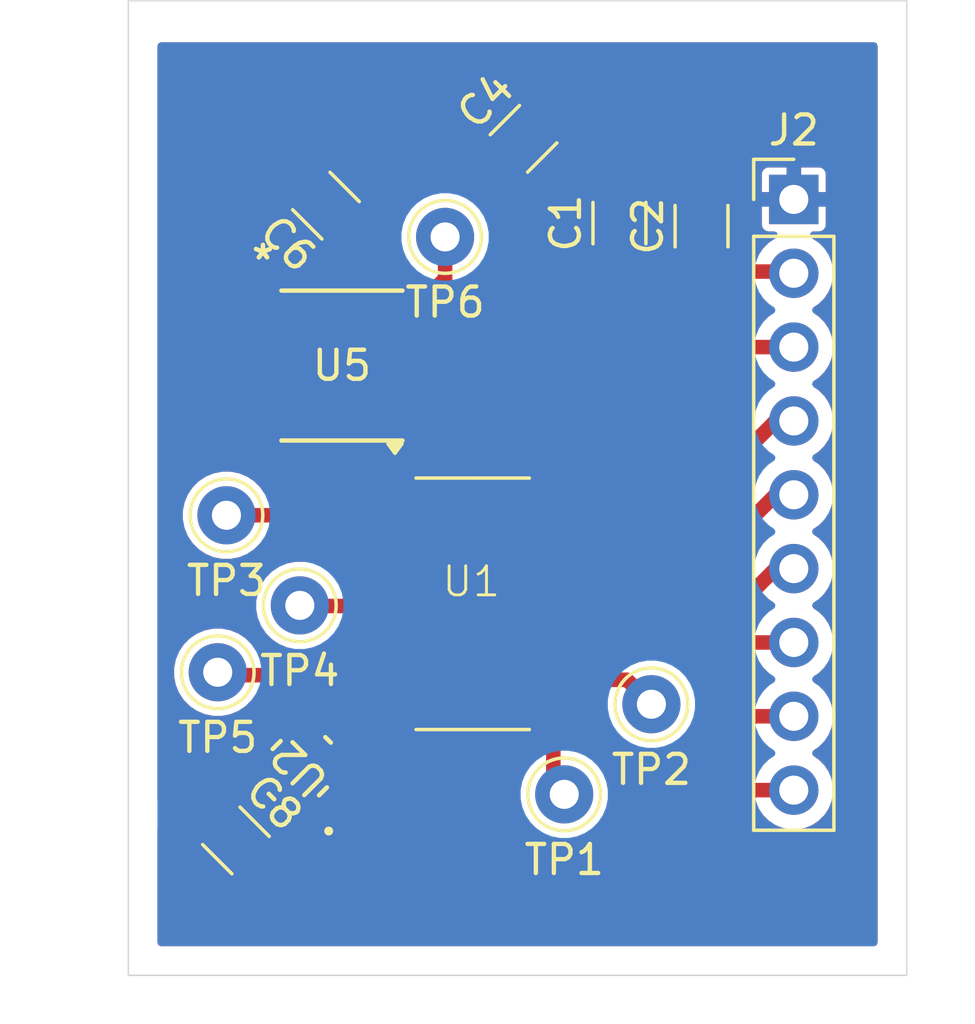
<source format=kicad_pcb>
(kicad_pcb (version 20241229) (generator "pcbnew") (generator_version "9.0")
  (layers (0 "F.Cu" signal) (2 "B.Cu" signal) (13 "F.Paste" user) (15 "B.Paste" user) (5 "F.SilkS" user "F.Silkscreen") (7 "B.SilkS" user "B.Silkscreen") (1 "F.Mask" user) (3 "B.Mask" user) (25 "Edge.Cuts" user))
  (net 0 "")
  (net 1 "GND")
  (net 2 "+5V")
  (net 3 "+3.3V")
  (net 4 "Net-(U1-OSC1)")
  (net 5 "Net-(J2-Pin_6)")
  (net 6 "Net-(J2-Pin_5)")
  (net 7 "Net-(J2-Pin_4)")
  (net 8 "/CAN_L")
  (net 9 "/CAN_H")
  (net 10 "Net-(U1-~{INT1}{slash}GPIO1)")
  (net 11 "Net-(U1-~{INT0}{slash}GPIO0{slash}XSTBY)")
  (net 12 "Net-(U1-CLKO{slash}SOF)")
  (net 13 "Net-(U1-~{INT})")
  (net 15 "Net-(U1-OSC2)")
  (net 16 "Net-(U5-STBY)")
  (net 17 "Net-(U1-RXCAN)")
  (net 18 "Net-(U1-TXCAN)")
  (net 19 "Net-(J2-Pin_7)")
  (footprint "Capacitor_SMD:C_1206_3216Metric_Pad1.33x1.80mm_HandSolder" (layer "F.Cu") (at 122.6 36.25 90)
    (property "Reference" "C1" (at 0 -1.850001 90) (layer "F.SilkS"))
    (property "Value" "100nF")
    (fp_line (start -0.711252 -0.91) (end 0.711252 -0.91) (stroke (width 0.12)) (layer "F.SilkS"))
    (fp_line (start -0.711252 0.91) (end 0.711252 0.91) (stroke (width 0.12)) (layer "F.SilkS"))
    (pad "1" smd roundrect (at -1.5625 0 90) (size 1.325 1.8) (layers "F.Cu" "F.Mask" "F.Paste") (roundrect_rratio 0.188679) (net 2 "+5V"))
    (pad "2" smd roundrect (at 1.5625 0 90) (size 1.325 1.8) (layers "F.Cu" "F.Mask" "F.Paste") (roundrect_rratio 0.188679) (net 1 "GND"))
  )
  (footprint "LV-Sensor-Footprints-Lib:MCP2518FDT" (layer "F.Cu") (at 117.5 49.4)
    (property "Reference" "U1" (at 0 -0.820001 0) (layer "F.SilkS") (effects (font (thickness 0.1))))
    (property "Value" "MCP2518FD-xJHA" (hide yes))
    (fp_line (start 0.05 -4.38) (end -1.9 -4.38) (stroke (width 0.12)) (layer "F.SilkS"))
    (fp_line (start 0.05 -4.38) (end 2 -4.38) (stroke (width 0.12)) (layer "F.SilkS"))
    (fp_line (start 0.05 4.27) (end -1.9 4.27) (stroke (width 0.12)) (layer "F.SilkS"))
    (fp_line (start 0.05 4.27) (end 2.000001 4.27) (stroke (width 0.12)) (layer "F.SilkS"))
    (fp_poly (pts (xy -2.625 -5.23) (xy -2.865 -5.56) (xy -2.385 -5.56)) (stroke (width 0.12)) (fill yes) (layer "F.SilkS"))
    (pad "1" smd roundrect (at -2.575 -3.79) (size 1.55 0.6) (layers "F.Cu" "F.Mask" "F.Paste") (net 18 "Net-(U1-TXCAN)"))
    (pad "2" smd roundrect (at -2.575 -2.52) (size 1.55 0.6) (layers "F.Cu" "F.Mask" "F.Paste") (net 17 "Net-(U1-RXCAN)"))
    (pad "3" smd roundrect (at -2.574999 -1.25) (size 1.55 0.6) (layers "F.Cu" "F.Mask" "F.Paste") (net 12 "Net-(U1-CLKO{slash}SOF)"))
    (pad "4" smd roundrect (at -2.575 0.02) (size 1.55 0.6) (layers "F.Cu" "F.Mask" "F.Paste") (net 13 "Net-(U1-~{INT})"))
    (pad "5" smd roundrect (at -2.575 1.29) (size 1.55 0.6) (layers "F.Cu" "F.Mask" "F.Paste") (net 15 "Net-(U1-OSC2)"))
    (pad "6" smd roundrect (at -2.575 2.559999) (size 1.55 0.6) (layers "F.Cu" "F.Mask" "F.Paste") (net 4 "Net-(U1-OSC1)"))
    (pad "7" smd roundrect (at -2.575 3.83) (size 1.55 0.6) (layers "F.Cu" "F.Mask" "F.Paste") (net 1 "GND"))
    (pad "8" smd roundrect (at 2.825 3.83) (size 1.55 0.6) (layers "F.Cu" "F.Mask" "F.Paste") (net 10 "Net-(U1-~{INT1}{slash}GPIO1)"))
    (pad "9" smd roundrect (at 2.825 2.56) (size 1.55 0.6) (layers "F.Cu" "F.Mask" "F.Paste") (net 11 "Net-(U1-~{INT0}{slash}GPIO0{slash}XSTBY)"))
    (pad "10" smd roundrect (at 2.825 1.29) (size 1.55 0.6) (layers "F.Cu" "F.Mask" "F.Paste") (net 19 "Net-(J2-Pin_7)"))
    (pad "11" smd roundrect (at 2.825 0.02) (size 1.55 0.6) (layers "F.Cu" "F.Mask" "F.Paste") (net 5 "Net-(J2-Pin_6)"))
    (pad "12" smd roundrect (at 2.825 -1.25) (size 1.55 0.6) (layers "F.Cu" "F.Mask" "F.Paste") (net 6 "Net-(J2-Pin_5)"))
    (pad "13" smd roundrect (at 2.825 -2.52) (size 1.55 0.6) (layers "F.Cu" "F.Mask" "F.Paste") (net 7 "Net-(J2-Pin_4)"))
    (pad "14" smd roundrect (at 2.825 -3.79) (size 1.55 0.6) (layers "F.Cu" "F.Mask" "F.Paste") (net 3 "+3.3V"))
  )
  (footprint "Capacitor_SMD:C_1206_3216Metric_Pad1.33x1.80mm_HandSolder" (layer "F.Cu") (at 119.3 33.35 45)
    (property "Reference" "C4" (at 0 -1.850001 45) (layer "F.SilkS"))
    (property "Value" "100nF")
    (fp_line (start -0.711252 -0.91) (end 0.711252 -0.91) (stroke (width 0.12)) (layer "F.SilkS"))
    (fp_line (start -0.711252 0.91) (end 0.711252 0.91) (stroke (width 0.12)) (layer "F.SilkS"))
    (pad "1" smd roundrect (at -1.5625 0 45) (size 1.325 1.8) (layers "F.Cu" "F.Mask" "F.Paste") (roundrect_rratio 0.188679) (net 3 "+3.3V"))
    (pad "2" smd roundrect (at 1.5625 0 45) (size 1.325 1.8) (layers "F.Cu" "F.Mask" "F.Paste") (roundrect_rratio 0.188679) (net 1 "GND"))
  )
  (footprint "Connector_Pin:Pin_D1.0mm_L10.0mm" (layer "F.Cu") (at 108.775 51.7)
    (property "Reference" "TP5" (at 0 2.25 0) (layer "F.SilkS"))
    (property "Value" "TestPoint")
    (fp_circle (center 0 0) (end 1.25 0.05) (stroke (width 0.12)) (fill no) (layer "F.SilkS"))
    (pad "1" thru_hole circle (at 0 0) (size 2 2) (drill 1) (layers "*.Cu" "*.Mask") (net 15 "Net-(U1-OSC2)"))
  )
  (footprint "Connector_Pin:Pin_D1.0mm_L10.0mm" (layer "F.Cu") (at 109.075 46.3)
    (property "Reference" "TP3" (at 0 2.25 0) (layer "F.SilkS"))
    (property "Value" "TestPoint")
    (fp_circle (center 0 0) (end 1.25 0.05) (stroke (width 0.12)) (fill no) (layer "F.SilkS"))
    (pad "1" thru_hole circle (at 0 0) (size 2 2) (drill 1) (layers "*.Cu" "*.Mask") (net 12 "Net-(U1-CLKO{slash}SOF)"))
  )
  (footprint "Connector_Pin:Pin_D1.0mm_L10.0mm" (layer "F.Cu") (at 120.7 55.9)
    (property "Reference" "TP1" (at 0 2.25 0) (layer "F.SilkS"))
    (property "Value" "TestPoint")
    (fp_circle (center 0 0) (end 1.25 0.05) (stroke (width 0.12)) (fill no) (layer "F.SilkS"))
    (pad "1" thru_hole circle (at 0 0) (size 2 2) (drill 1) (layers "*.Cu" "*.Mask") (net 10 "Net-(U1-~{INT1}{slash}GPIO1)"))
  )
  (footprint "Connector_Pin:Pin_D1.0mm_L10.0mm" (layer "F.Cu") (at 116.6 36.725)
    (property "Reference" "TP6" (at 0 2.25 0) (layer "F.SilkS"))
    (property "Value" "TestPoint")
    (fp_circle (center 0 0) (end 1.25 0.05) (stroke (width 0.12)) (fill no) (layer "F.SilkS"))
    (pad "1" thru_hole circle (at 0 0) (size 2 2) (drill 1) (layers "*.Cu" "*.Mask") (net 16 "Net-(U5-STBY)"))
  )
  (footprint "Connector_Pin:Pin_D1.0mm_L10.0mm" (layer "F.Cu") (at 111.6 49.4)
    (property "Reference" "TP4" (at 0 2.25 0) (layer "F.SilkS"))
    (property "Value" "TestPoint")
    (fp_circle (center 0 0) (end 1.25 0.05) (stroke (width 0.12)) (fill no) (layer "F.SilkS"))
    (pad "1" thru_hole circle (at 0 0) (size 2 2) (drill 1) (layers "*.Cu" "*.Mask") (net 13 "Net-(U1-~{INT})"))
  )
  (footprint "LV-Sensor-Footprints-Lib:CDFN4_2P5X2_MCH" (layer "F.Cu") (at 111.6 55 135)
    (property "Reference" "U2" (at 0 0 135) (layer "F.SilkS"))
    (property "Value" "DSC1001DL5-020.0000T")
    (fp_line (start 0.133182 -1.377) (end -0.133182 -1.377) (stroke (width 0.1524)) (layer "F.SilkS"))
    (fp_line (start 1.127 0.19266) (end 1.127 -0.19266) (stroke (width 0.1524)) (layer "F.SilkS"))
    (fp_line (start -1.127 -0.19266) (end -1.127 0.19266) (stroke (width 0.1524)) (layer "F.SilkS"))
    (fp_line (start -0.133182 1.377) (end 0.133182 1.377) (stroke (width 0.1524)) (layer "F.SilkS"))
    (fp_circle (center -2.2314 -0.825) (end -2.1552 -0.825001) (stroke (width 0.1524)) (fill no) (layer "F.SilkS"))
    (pad "1" smd rect (at -0.8274 -0.825 135) (size 0.9548 0.5992) (layers "F.Cu" "F.Mask" "F.Paste"))
    (pad "2" smd rect (at -0.8274 0.825 135) (size 0.9548 0.5992) (layers "F.Cu" "F.Mask" "F.Paste") (net 1 "GND"))
    (pad "3" smd rect (at 0.8274 0.825 135) (size 0.9548 0.5992) (layers "F.Cu" "F.Mask" "F.Paste") (net 4 "Net-(U1-OSC1)"))
    (pad "4" smd rect (at 0.8274 -0.825 135) (size 0.9548 0.5992) (layers "F.Cu" "F.Mask" "F.Paste") (net 3 "+3.3V"))
  )
  (footprint "Capacitor_SMD:C_1206_3216Metric_Pad1.33x1.80mm_HandSolder" (layer "F.Cu") (at 109.402944 57.487006 -45)
    (property "Reference" "C8" (at 0 -1.850001 135) (layer "F.SilkS"))
    (property "Value" "15pF")
    (fp_line (start -0.711252 0.91) (end 0.711252 0.91) (stroke (width 0.12)) (layer "F.SilkS"))
    (fp_line (start -0.711252 -0.91) (end 0.711252 -0.91) (stroke (width 0.12)) (layer "F.SilkS"))
    (pad "1" smd roundrect (at -1.5625 0 315) (size 1.325 1.8) (layers "F.Cu" "F.Mask" "F.Paste") (roundrect_rratio 0.188679) (net 3 "+3.3V"))
    (pad "2" smd roundrect (at 1.5625 0 315) (size 1.325 1.8) (layers "F.Cu" "F.Mask" "F.Paste") (roundrect_rratio 0.188679) (net 1 "GND"))
  )
  (footprint "Connector_Pin:Pin_D1.0mm_L10.0mm" (layer "F.Cu") (at 123.7 52.8)
    (property "Reference" "TP2" (at 0 2.25 0) (layer "F.SilkS"))
    (property "Value" "TestPoint")
    (fp_circle (center 0 0) (end 1.25 0.05) (stroke (width 0.12)) (fill no) (layer "F.SilkS"))
    (pad "1" thru_hole circle (at 0 0) (size 2 2) (drill 1) (layers "*.Cu" "*.Mask") (net 11 "Net-(U1-~{INT0}{slash}GPIO0{slash}XSTBY)"))
  )
  (footprint "Connector_PinHeader_2.54mm:PinHeader_1x09_P2.54mm_Vertical" (layer "F.Cu") (at 128.6 35.435)
    (property "Reference" "J2" (at 0 -2.38 0) (layer "F.SilkS"))
    (property "Value" "Conn_01x09_Pin")
    (fp_line (start -1.38 -1.38) (end 0 -1.379999) (stroke (width 0.12)) (layer "F.SilkS"))
    (fp_line (start -1.38 1.27) (end -1.38 21.7) (stroke (width 0.12)) (layer "F.SilkS"))
    (fp_line (start -1.38 1.27) (end 1.38 1.27) (stroke (width 0.12)) (layer "F.SilkS"))
    (fp_line (start -1.38 21.7) (end 1.38 21.7) (stroke (width 0.12)) (layer "F.SilkS"))
    (fp_line (start -1.379999 0) (end -1.38 -1.38) (stroke (width 0.12)) (layer "F.SilkS"))
    (fp_line (start 1.38 1.27) (end 1.38 21.7) (stroke (width 0.12)) (layer "F.SilkS"))
    (pad "1" thru_hole rect (at 0 0) (size 1.7 1.7) (drill 1) (layers "*.Cu" "*.Mask") (net 1 "GND"))
    (pad "2" thru_hole circle (at 0 2.54) (size 1.7 1.7) (drill 1) (layers "*.Cu" "*.Mask") (net 2 "+5V"))
    (pad "3" thru_hole circle (at 0 5.079999) (size 1.7 1.7) (drill 1) (layers "*.Cu" "*.Mask") (net 3 "+3.3V"))
    (pad "4" thru_hole circle (at 0 7.62) (size 1.7 1.7) (drill 1) (layers "*.Cu" "*.Mask") (net 7 "Net-(J2-Pin_4)"))
    (pad "5" thru_hole circle (at 0 10.16) (size 1.7 1.7) (drill 1) (layers "*.Cu" "*.Mask") (net 6 "Net-(J2-Pin_5)"))
    (pad "6" thru_hole circle (at 0 12.7) (size 1.7 1.7) (drill 1) (layers "*.Cu" "*.Mask") (net 5 "Net-(J2-Pin_6)"))
    (pad "7" thru_hole circle (at 0 15.24) (size 1.7 1.7) (drill 1) (layers "*.Cu" "*.Mask") (net 19 "Net-(J2-Pin_7)"))
    (pad "8" thru_hole circle (at 0 17.780001) (size 1.7 1.7) (drill 1) (layers "*.Cu" "*.Mask") (net 9 "/CAN_H"))
    (pad "9" thru_hole circle (at 0 20.32) (size 1.7 1.7) (drill 1) (layers "*.Cu" "*.Mask") (net 8 "/CAN_L"))
  )
  (footprint "LV-Sensor-Footprints-Lib:SOIC8_4P9X3P9MC_MCH" (layer "F.Cu") (at 113.05 41.15)
    (property "Reference" "U5" (at 0 0 0) (layer "F.SilkS"))
    (property "Value" "ATA6561-GAQW-N")
    (fp_line (start -2.0828 2.5781) (end 2.0828 2.5781) (stroke (width 0.1524)) (layer "F.SilkS"))
    (fp_line (start 2.0828 -2.5781) (end -2.0828 -2.5781) (stroke (width 0.1524)) (layer "F.SilkS"))
    (fp_text user "*" (at -2.7178 -3.6068 0) (layer "F.SilkS"))
    (fp_text user "*" (at -2.7178 -3.6068 0) (layer "F.SilkS"))
    (pad "1" smd rect (at -2.4638 -1.905) (size 1.9812 0.5588) (layers "F.Cu" "F.Mask" "F.Paste") (net 18 "Net-(U1-TXCAN)"))
    (pad "2" smd rect (at -2.4638 -0.635) (size 1.9812 0.5588) (layers "F.Cu" "F.Mask" "F.Paste") (net 1 "GND"))
    (pad "3" smd rect (at -2.4638 0.635) (size 1.9812 0.5588) (layers "F.Cu" "F.Mask" "F.Paste") (net 2 "+5V"))
    (pad "4" smd rect (at -2.4638 1.905) (size 1.9812 0.5588) (layers "F.Cu" "F.Mask" "F.Paste") (net 17 "Net-(U1-RXCAN)"))
    (pad "5" smd rect (at 2.4638 1.905) (size 1.9812 0.5588) (layers "F.Cu" "F.Mask" "F.Paste") (net 3 "+3.3V"))
    (pad "6" smd rect (at 2.4638 0.635) (size 1.9812 0.5588) (layers "F.Cu" "F.Mask" "F.Paste") (net 8 "/CAN_L"))
    (pad "7" smd rect (at 2.4638 -0.635) (size 1.9812 0.5588) (layers "F.Cu" "F.Mask" "F.Paste") (net 9 "/CAN_H"))
    (pad "8" smd rect (at 2.4638 -1.905) (size 1.9812 0.5588) (layers "F.Cu" "F.Mask" "F.Paste") (net 16 "Net-(U5-STBY)"))
  )
  (footprint "Capacitor_SMD:C_1206_3216Metric_Pad1.33x1.80mm_HandSolder" (layer "F.Cu") (at 112.5 35.65 135)
    (property "Reference" "C6" (at 0 -1.850001 135) (layer "F.SilkS"))
    (property "Value" "100nF")
    (fp_line (start -0.711252 -0.91) (end 0.711252 -0.91) (stroke (width 0.12)) (layer "F.SilkS"))
    (fp_line (start -0.711252 0.91) (end 0.711252 0.91) (stroke (width 0.12)) (layer "F.SilkS"))
    (pad "1" smd roundrect (at -1.5625 0 135) (size 1.325 1.8) (layers "F.Cu" "F.Mask" "F.Paste") (roundrect_rratio 0.188679) (net 3 "+3.3V"))
    (pad "2" smd roundrect (at 1.5625 0 135) (size 1.325 1.8) (layers "F.Cu" "F.Mask" "F.Paste") (roundrect_rratio 0.188679) (net 1 "GND"))
  )
  (footprint "Capacitor_SMD:C_1206_3216Metric_Pad1.33x1.80mm_HandSolder" (layer "F.Cu") (at 125.425 36.355 90)
    (property "Reference" "C2" (at 0 -1.850001 90) (layer "F.SilkS"))
    (property "Value" "100nF")
    (fp_line (start -0.711252 -0.91) (end 0.711252 -0.91) (stroke (width 0.12)) (layer "F.SilkS"))
    (fp_line (start -0.711252 0.91) (end 0.711252 0.91) (stroke (width 0.12)) (layer "F.SilkS"))
    (pad "1" smd roundrect (at -1.5625 0 90) (size 1.325 1.8) (layers "F.Cu" "F.Mask" "F.Paste") (roundrect_rratio 0.188679) (net 2 "+5V"))
    (pad "2" smd roundrect (at 1.5625 0 90) (size 1.325 1.8) (layers "F.Cu" "F.Mask" "F.Paste") (roundrect_rratio 0.188679) (net 1 "GND"))
  )
  (gr_rect (start 105.7 28.6) (end 132.485 62.125) (stroke (width 0.05)) (fill no) (layer "Edge.Cuts"))
  (segment (start 115.45 32.6) (end 111.425 36.625) (width 0.5) (layer "F.Cu") (net 2))
  (segment (start 121.975 37.8125) (end 121.975 37.325) (width 0.5) (layer "F.Cu") (net 2))
  (segment (start 109.275 36.625) (end 107.975 37.925) (width 0.5) (layer "F.Cu") (net 2))
  (segment (start 118.5 32.6) (end 115.45 32.6) (width 0.5) (layer "F.Cu") (net 2))
  (segment (start 111.425 36.625) (end 109.275 36.625) (width 0.5) (layer "F.Cu") (net 2))
  (segment (start 107.975 41.525) (end 108.235 41.785) (width 0.5) (layer "F.Cu") (net 2))
  (segment (start 120.125 35.475) (end 120.125 34.225) (width 0.5) (layer "F.Cu") (net 2))
  (segment (start 120.125 34.225) (end 118.5 32.6) (width 0.5) (layer "F.Cu") (net 2))
  (segment (start 128.5425 37.9175) (end 125.425 37.9175) (width 0.5) (layer "F.Cu") (net 2))
  (segment (start 107.975 37.925) (end 107.975 41.525) (width 0.5) (layer "F.Cu") (net 2))
  (segment (start 128.6 37.975) (end 128.5425 37.9175) (width 0.5) (layer "F.Cu") (net 2))
  (segment (start 121.975 37.325) (end 120.125 35.475) (width 0.5) (layer "F.Cu") (net 2))
  (segment (start 122.6 37.8125) (end 125.32 37.8125) (width 0.5) (layer "F.Cu") (net 2))
  (segment (start 108.235 41.785) (end 110.5862 41.785) (width 0.5) (layer "F.Cu") (net 2))
  (segment (start 125.32 37.8125) (end 125.425 37.9175) (width 0.5) (layer "F.Cu") (net 2))
  (segment (start 120.325 42.1375) (end 120.6 41.8625) (width 0.5) (layer "F.Cu") (net 3))
  (segment (start 118.75 40.0125) (end 118.75 35.009708) (width 0.5) (layer "F.Cu") (net 3))
  (segment (start 118.75 35.009708) (end 118.195146 34.454854) (width 0.5) (layer "F.Cu") (net 3))
  (segment (start 128.6 40.514999) (end 124.947501 40.514999) (width 0.5) (layer "F.Cu") (net 3))
  (segment (start 120.325 45.61) (end 120.325 42.1375) (width 0.5) (layer "F.Cu") (net 3))
  (segment (start 118.195146 34.454854) (end 118.195146 34.445146) (width 0.5) (layer "F.Cu") (net 3))
  (segment (start 110.431577 54.998303) (end 109.681939 54.998303) (width 0.5) (layer "F.Cu") (net 3))
  (segment (start 124.947501 40.514999) (end 123.6 41.8625) (width 0.5) (layer "F.Cu") (net 3))
  (segment (start 115.5138 43.055) (end 114.0118 43.055) (width 0.5) (layer "F.Cu") (net 3))
  (segment (start 116.375 33.984708) (end 113.604854 36.754854) (width 0.5) (layer "F.Cu") (net 3))
  (segment (start 117.734708 33.984708) (end 116.375 33.984708) (width 0.5) (layer "F.Cu") (net 3))
  (segment (start 109.681939 54.998303) (end 108.29809 56.382152) (width 0.5) (layer "F.Cu") (net 3))
  (segment (start 118.195146 34.445146) (end 117.734708 33.984708) (width 0.5) (layer "F.Cu") (net 3))
  (segment (start 113.604854 42.648054) (end 113.604854 36.754854) (width 0.5) (layer "F.Cu") (net 3))
  (segment (start 114.0118 43.055) (end 113.604854 42.648054) (width 0.5) (layer "F.Cu") (net 3))
  (segment (start 120.6 41.8625) (end 118.75 40.0125) (width 0.5) (layer "F.Cu") (net 3))
  (segment (start 123.6 41.8625) (end 120.6 41.8625) (width 0.5) (layer "F.Cu") (net 3))
  (segment (start 113.469881 51.959999) (end 111.598303 53.831577) (width 0.5) (layer "F.Cu") (net 4))
  (segment (start 114.925 51.959999) (end 113.469881 51.959999) (width 0.5) (layer "F.Cu") (net 4))
  (segment (start 128.6 48.135) (end 127.975 48.135) (width 0.5) (layer "F.Cu") (net 5))
  (segment (start 127.975 48.135) (end 126.69 49.42) (width 0.5) (layer "F.Cu") (net 5))
  (segment (start 126.69 49.42) (end 120.325 49.42) (width 0.5) (layer "F.Cu") (net 5))
  (segment (start 125.42 48.15) (end 120.325 48.15) (width 0.5) (layer "F.Cu") (net 6))
  (segment (start 127.975 45.595) (end 125.42 48.15) (width 0.5) (layer "F.Cu") (net 6))
  (segment (start 128.6 45.595) (end 127.975 45.595) (width 0.5) (layer "F.Cu") (net 6))
  (segment (start 127.975 43.055) (end 124.15 46.88) (width 0.5) (layer "F.Cu") (net 7))
  (segment (start 128.6 43.055) (end 127.975 43.055) (width 0.5) (layer "F.Cu") (net 7))
  (segment (start 124.15 46.88) (end 120.325 46.88) (width 0.5) (layer "F.Cu") (net 7))
  (segment (start 117.0158 41.785) (end 117.2554 42.0246) (width 0.5) (layer "F.Cu") (net 8))
  (segment (start 115.5138 41.785) (end 117.0158 41.785) (width 0.5) (layer "F.Cu") (net 8))
  (segment (start 117.2554 58.0029) (end 118.3025 59.05) (width 0.5) (layer "F.Cu") (net 8))
  (segment (start 118.3025 59.05) (end 123.91 59.05) (width 0.5) (layer "F.Cu") (net 8))
  (segment (start 127.205 55.755) (end 128.6 55.755) (width 0.5) (layer "F.Cu") (net 8))
  (segment (start 123.91 59.05) (end 127.205 55.755) (width 0.5) (layer "F.Cu") (net 8))
  (segment (start 117.2554 42.0246) (end 117.2554 58.0029) (width 0.5) (layer "F.Cu") (net 8))
  (segment (start 122.545001 57.875) (end 127.205 53.215001) (width 0.5) (layer "F.Cu") (net 9))
  (segment (start 119.427 57.875) (end 122.545001 57.875) (width 0.5) (layer "F.Cu") (net 9))
  (segment (start 118.6054 41.958972) (end 118.6054 57.0534) (width 0.5) (layer "F.Cu") (net 9))
  (segment (start 115.5138 40.515) (end 117.161428 40.515) (width 0.5) (layer "F.Cu") (net 9))
  (segment (start 127.205 53.215001) (end 128.6 53.215001) (width 0.5) (layer "F.Cu") (net 9))
  (segment (start 118.6054 57.0534) (end 119.427 57.875) (width 0.5) (layer "F.Cu") (net 9))
  (segment (start 117.161428 40.515) (end 118.6054 41.958972) (width 0.5) (layer "F.Cu") (net 9))
  (segment (start 120.7 53.255) (end 120.725 53.23) (width 0.5) (layer "F.Cu") (net 10))
  (segment (start 120.325 53.23) (end 120.325 55.525) (width 0.5) (layer "F.Cu") (net 10))
  (segment (start 120.325 55.525) (end 120.7 55.9) (width 0.5) (layer "F.Cu") (net 10))
  (segment (start 122.86 51.96) (end 120.325 51.96) (width 0.5) (layer "F.Cu") (net 11))
  (segment (start 123.7 52.8) (end 122.86 51.96) (width 0.5) (layer "F.Cu") (net 11))
  (segment (start 113.35 48.15) (end 111.5 46.3) (width 0.5) (layer "F.Cu") (net 12))
  (segment (start 114.925001 48.15) (end 113.35 48.15) (width 0.5) (layer "F.Cu") (net 12))
  (segment (start 111.5 46.3) (end 109.075 46.3) (width 0.5) (layer "F.Cu") (net 12))
  (segment (start 114.845 49.5) (end 114.925 49.42) (width 0.5) (layer "F.Cu") (net 13))
  (segment (start 111.62 49.42) (end 111.6 49.4) (width 0.5) (layer "F.Cu") (net 13))
  (segment (start 114.925 49.42) (end 111.62 49.42) (width 0.5) (layer "F.Cu") (net 13))
  (segment (start 112.214252 51.8) (end 113.324252 50.69) (width 0.5) (layer "F.Cu") (net 15))
  (segment (start 113.324252 50.69) (end 114.925 50.69) (width 0.5) (layer "F.Cu") (net 15))
  (segment (start 109.375 51.8) (end 112.214252 51.8) (width 0.5) (layer "F.Cu") (net 15))
  (segment (start 116.6 36.725) (end 116.6 38.1588) (width 0.5) (layer "F.Cu") (net 16))
  (segment (start 116.6 38.1588) (end 115.5138 39.245) (width 0.5) (layer "F.Cu") (net 16))
  (segment (start 110.5862 43.324564) (end 110.5862 43.055) (width 0.5) (layer "F.Cu") (net 17))
  (segment (start 114.925 46.88) (end 114.141636 46.88) (width 0.5) (layer "F.Cu") (net 17))
  (segment (start 114.141636 46.88) (end 110.5862 43.324564) (width 0.5) (layer "F.Cu") (net 17))
  (segment (start 114.925 45.61) (end 112.45 43.135) (width 0.5) (layer "F.Cu") (net 18))
  (segment (start 112.45 43.135) (end 112.45 39.6068) (width 0.5) (layer "F.Cu") (net 18))
  (segment (start 112.45 39.6068) (end 112.0882 39.245) (width 0.5) (layer "F.Cu") (net 18))
  (segment (start 112.0882 39.245) (end 110.5862 39.245) (width 0.5) (layer "F.Cu") (net 18))
  (segment (start 120.335 50.68) (end 120.325 50.69) (width 0.5) (layer "F.Cu") (net 19))
  (segment (start 120.735 50.68) (end 120.725 50.69) (width 0.5) (layer "F.Cu") (net 19))
  (segment (start 127.09 50.675) (end 127.075 50.69) (width 0.5) (layer "F.Cu") (net 19))
  (segment (start 120.325 50.69) (end 127.075 50.69) (width 0.5) (layer "F.Cu") (net 19))
  (segment (start 128.6 50.675) (end 127.09 50.675) (width 0.5) (layer "F.Cu") (net 19))
  (zone (net 1) (net_name "GND") (layers "F.Cu" "B.Cu") (priority 1) (connect_pads (clearance 0.5)) (min_thickness 0.25) (fill yes (thermal_gap 0.25) (thermal_bridge_width 0.5))
    (polygon (pts (xy 101.399604 30.028515) (xy 101.282648 63.828819) (xy 132.444121 63.128112) (xy 132.291534 30.028515)))
  )
)
</source>
